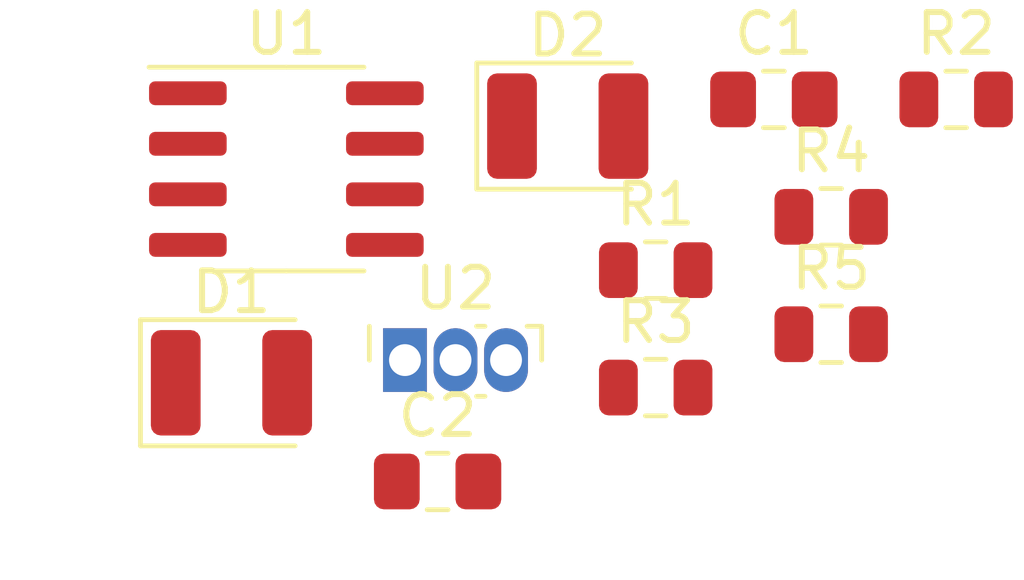
<source format=kicad_pcb>
(kicad_pcb (version 20171130) (host pcbnew 5.1.5+dfsg1-2build2)

  (general
    (thickness 1.6)
    (drawings 0)
    (tracks 0)
    (zones 0)
    (modules 11)
    (nets 10)
  )

  (page A4)
  (layers
    (0 F.Cu signal)
    (31 B.Cu signal)
    (32 B.Adhes user)
    (33 F.Adhes user)
    (34 B.Paste user)
    (35 F.Paste user)
    (36 B.SilkS user)
    (37 F.SilkS user)
    (38 B.Mask user)
    (39 F.Mask user)
    (40 Dwgs.User user)
    (41 Cmts.User user)
    (42 Eco1.User user)
    (43 Eco2.User user)
    (44 Edge.Cuts user)
    (45 Margin user)
    (46 B.CrtYd user)
    (47 F.CrtYd user)
    (48 B.Fab user)
    (49 F.Fab user)
  )

  (setup
    (last_trace_width 0.25)
    (trace_clearance 0.2)
    (zone_clearance 0.508)
    (zone_45_only no)
    (trace_min 0.2)
    (via_size 0.8)
    (via_drill 0.4)
    (via_min_size 0.4)
    (via_min_drill 0.3)
    (uvia_size 0.3)
    (uvia_drill 0.1)
    (uvias_allowed no)
    (uvia_min_size 0.2)
    (uvia_min_drill 0.1)
    (edge_width 0.05)
    (segment_width 0.2)
    (pcb_text_width 0.3)
    (pcb_text_size 1.5 1.5)
    (mod_edge_width 0.12)
    (mod_text_size 1 1)
    (mod_text_width 0.15)
    (pad_size 1.524 1.524)
    (pad_drill 0.762)
    (pad_to_mask_clearance 0.051)
    (solder_mask_min_width 0.25)
    (aux_axis_origin 0 0)
    (visible_elements FFFFFF7F)
    (pcbplotparams
      (layerselection 0x010fc_ffffffff)
      (usegerberextensions false)
      (usegerberattributes false)
      (usegerberadvancedattributes false)
      (creategerberjobfile false)
      (excludeedgelayer true)
      (linewidth 0.100000)
      (plotframeref false)
      (viasonmask false)
      (mode 1)
      (useauxorigin false)
      (hpglpennumber 1)
      (hpglpenspeed 20)
      (hpglpendiameter 15.000000)
      (psnegative false)
      (psa4output false)
      (plotreference true)
      (plotvalue true)
      (plotinvisibletext false)
      (padsonsilk false)
      (subtractmaskfromsilk false)
      (outputformat 1)
      (mirror false)
      (drillshape 1)
      (scaleselection 1)
      (outputdirectory ""))
  )

  (net 0 "")
  (net 1 GND)
  (net 2 "Net-(C1-Pad1)")
  (net 3 "Net-(C2-Pad1)")
  (net 4 "Net-(D1-Pad1)")
  (net 5 +5V)
  (net 6 "Net-(D2-Pad2)")
  (net 7 "Net-(R2-Pad1)")
  (net 8 "Net-(R3-Pad2)")
  (net 9 "Net-(U2-Pad3)")

  (net_class Default "Esta es la clase de red por defecto."
    (clearance 0.2)
    (trace_width 0.25)
    (via_dia 0.8)
    (via_drill 0.4)
    (uvia_dia 0.3)
    (uvia_drill 0.1)
    (add_net +5V)
    (add_net GND)
    (add_net "Net-(C1-Pad1)")
    (add_net "Net-(C2-Pad1)")
    (add_net "Net-(D1-Pad1)")
    (add_net "Net-(D2-Pad2)")
    (add_net "Net-(R2-Pad1)")
    (add_net "Net-(R3-Pad2)")
    (add_net "Net-(U2-Pad3)")
  )

  (module Capacitor_SMD:C_0805_2012Metric_Pad1.15x1.40mm_HandSolder (layer F.Cu) (tedit 5B36C52B) (tstamp 631ED687)
    (at 106.805401 97.342601)
    (descr "Capacitor SMD 0805 (2012 Metric), square (rectangular) end terminal, IPC_7351 nominal with elongated pad for handsoldering. (Body size source: https://docs.google.com/spreadsheets/d/1BsfQQcO9C6DZCsRaXUlFlo91Tg2WpOkGARC1WS5S8t0/edit?usp=sharing), generated with kicad-footprint-generator")
    (tags "capacitor handsolder")
    (path /63215BAE)
    (attr smd)
    (fp_text reference C1 (at 0 -1.65) (layer F.SilkS)
      (effects (font (size 1 1) (thickness 0.15)))
    )
    (fp_text value 0.1uF (at 0 1.65) (layer F.Fab)
      (effects (font (size 1 1) (thickness 0.15)))
    )
    (fp_text user %R (at 0 0) (layer F.Fab)
      (effects (font (size 0.5 0.5) (thickness 0.08)))
    )
    (fp_line (start 1.85 0.95) (end -1.85 0.95) (layer F.CrtYd) (width 0.05))
    (fp_line (start 1.85 -0.95) (end 1.85 0.95) (layer F.CrtYd) (width 0.05))
    (fp_line (start -1.85 -0.95) (end 1.85 -0.95) (layer F.CrtYd) (width 0.05))
    (fp_line (start -1.85 0.95) (end -1.85 -0.95) (layer F.CrtYd) (width 0.05))
    (fp_line (start -0.261252 0.71) (end 0.261252 0.71) (layer F.SilkS) (width 0.12))
    (fp_line (start -0.261252 -0.71) (end 0.261252 -0.71) (layer F.SilkS) (width 0.12))
    (fp_line (start 1 0.6) (end -1 0.6) (layer F.Fab) (width 0.1))
    (fp_line (start 1 -0.6) (end 1 0.6) (layer F.Fab) (width 0.1))
    (fp_line (start -1 -0.6) (end 1 -0.6) (layer F.Fab) (width 0.1))
    (fp_line (start -1 0.6) (end -1 -0.6) (layer F.Fab) (width 0.1))
    (pad 2 smd roundrect (at 1.025 0) (size 1.15 1.4) (layers F.Cu F.Paste F.Mask) (roundrect_rratio 0.217391)
      (net 1 GND))
    (pad 1 smd roundrect (at -1.025 0) (size 1.15 1.4) (layers F.Cu F.Paste F.Mask) (roundrect_rratio 0.217391)
      (net 2 "Net-(C1-Pad1)"))
    (model ${KISYS3DMOD}/Capacitor_SMD.3dshapes/C_0805_2012Metric.wrl
      (at (xyz 0 0 0))
      (scale (xyz 1 1 1))
      (rotate (xyz 0 0 0))
    )
  )

  (module Capacitor_SMD:C_0805_2012Metric_Pad1.15x1.40mm_HandSolder (layer F.Cu) (tedit 5B36C52B) (tstamp 631ED698)
    (at 98.355401 106.942601)
    (descr "Capacitor SMD 0805 (2012 Metric), square (rectangular) end terminal, IPC_7351 nominal with elongated pad for handsoldering. (Body size source: https://docs.google.com/spreadsheets/d/1BsfQQcO9C6DZCsRaXUlFlo91Tg2WpOkGARC1WS5S8t0/edit?usp=sharing), generated with kicad-footprint-generator")
    (tags "capacitor handsolder")
    (path /631F4E2E)
    (attr smd)
    (fp_text reference C2 (at 0 -1.65) (layer F.SilkS)
      (effects (font (size 1 1) (thickness 0.15)))
    )
    (fp_text value 0.1uF (at 0 1.65) (layer F.Fab)
      (effects (font (size 1 1) (thickness 0.15)))
    )
    (fp_line (start -1 0.6) (end -1 -0.6) (layer F.Fab) (width 0.1))
    (fp_line (start -1 -0.6) (end 1 -0.6) (layer F.Fab) (width 0.1))
    (fp_line (start 1 -0.6) (end 1 0.6) (layer F.Fab) (width 0.1))
    (fp_line (start 1 0.6) (end -1 0.6) (layer F.Fab) (width 0.1))
    (fp_line (start -0.261252 -0.71) (end 0.261252 -0.71) (layer F.SilkS) (width 0.12))
    (fp_line (start -0.261252 0.71) (end 0.261252 0.71) (layer F.SilkS) (width 0.12))
    (fp_line (start -1.85 0.95) (end -1.85 -0.95) (layer F.CrtYd) (width 0.05))
    (fp_line (start -1.85 -0.95) (end 1.85 -0.95) (layer F.CrtYd) (width 0.05))
    (fp_line (start 1.85 -0.95) (end 1.85 0.95) (layer F.CrtYd) (width 0.05))
    (fp_line (start 1.85 0.95) (end -1.85 0.95) (layer F.CrtYd) (width 0.05))
    (fp_text user %R (at 0 0) (layer F.Fab)
      (effects (font (size 0.5 0.5) (thickness 0.08)))
    )
    (pad 1 smd roundrect (at -1.025 0) (size 1.15 1.4) (layers F.Cu F.Paste F.Mask) (roundrect_rratio 0.217391)
      (net 3 "Net-(C2-Pad1)"))
    (pad 2 smd roundrect (at 1.025 0) (size 1.15 1.4) (layers F.Cu F.Paste F.Mask) (roundrect_rratio 0.217391)
      (net 1 GND))
    (model ${KISYS3DMOD}/Capacitor_SMD.3dshapes/C_0805_2012Metric.wrl
      (at (xyz 0 0 0))
      (scale (xyz 1 1 1))
      (rotate (xyz 0 0 0))
    )
  )

  (module LED_SMD:LED_1210_3225Metric (layer F.Cu) (tedit 5B301BBE) (tstamp 631ED6AB)
    (at 93.175401 104.462601)
    (descr "LED SMD 1210 (3225 Metric), square (rectangular) end terminal, IPC_7351 nominal, (Body size source: http://www.tortai-tech.com/upload/download/2011102023233369053.pdf), generated with kicad-footprint-generator")
    (tags diode)
    (path /631FC39C)
    (attr smd)
    (fp_text reference D1 (at 0 -2.28) (layer F.SilkS)
      (effects (font (size 1 1) (thickness 0.15)))
    )
    (fp_text value LED_DETECTION (at 0 2.28) (layer F.Fab)
      (effects (font (size 1 1) (thickness 0.15)))
    )
    (fp_line (start 1.6 -1.25) (end -0.975 -1.25) (layer F.Fab) (width 0.1))
    (fp_line (start -0.975 -1.25) (end -1.6 -0.625) (layer F.Fab) (width 0.1))
    (fp_line (start -1.6 -0.625) (end -1.6 1.25) (layer F.Fab) (width 0.1))
    (fp_line (start -1.6 1.25) (end 1.6 1.25) (layer F.Fab) (width 0.1))
    (fp_line (start 1.6 1.25) (end 1.6 -1.25) (layer F.Fab) (width 0.1))
    (fp_line (start 1.6 -1.585) (end -2.285 -1.585) (layer F.SilkS) (width 0.12))
    (fp_line (start -2.285 -1.585) (end -2.285 1.585) (layer F.SilkS) (width 0.12))
    (fp_line (start -2.285 1.585) (end 1.6 1.585) (layer F.SilkS) (width 0.12))
    (fp_line (start -2.28 1.58) (end -2.28 -1.58) (layer F.CrtYd) (width 0.05))
    (fp_line (start -2.28 -1.58) (end 2.28 -1.58) (layer F.CrtYd) (width 0.05))
    (fp_line (start 2.28 -1.58) (end 2.28 1.58) (layer F.CrtYd) (width 0.05))
    (fp_line (start 2.28 1.58) (end -2.28 1.58) (layer F.CrtYd) (width 0.05))
    (fp_text user %R (at 0 0) (layer F.Fab)
      (effects (font (size 0.8 0.8) (thickness 0.12)))
    )
    (pad 1 smd roundrect (at -1.4 0) (size 1.25 2.65) (layers F.Cu F.Paste F.Mask) (roundrect_rratio 0.2)
      (net 4 "Net-(D1-Pad1)"))
    (pad 2 smd roundrect (at 1.4 0) (size 1.25 2.65) (layers F.Cu F.Paste F.Mask) (roundrect_rratio 0.2)
      (net 5 +5V))
    (model ${KISYS3DMOD}/LED_SMD.3dshapes/LED_1210_3225Metric.wrl
      (at (xyz 0 0 0))
      (scale (xyz 1 1 1))
      (rotate (xyz 0 0 0))
    )
  )

  (module LED_SMD:LED_1210_3225Metric (layer F.Cu) (tedit 5B301BBE) (tstamp 631ED6BE)
    (at 101.625401 98.012601)
    (descr "LED SMD 1210 (3225 Metric), square (rectangular) end terminal, IPC_7351 nominal, (Body size source: http://www.tortai-tech.com/upload/download/2011102023233369053.pdf), generated with kicad-footprint-generator")
    (tags diode)
    (path /63213F28)
    (attr smd)
    (fp_text reference D2 (at 0 -2.28) (layer F.SilkS)
      (effects (font (size 1 1) (thickness 0.15)))
    )
    (fp_text value LED (at 0 2.28) (layer F.Fab)
      (effects (font (size 1 1) (thickness 0.15)))
    )
    (fp_text user %R (at 0 0) (layer F.Fab)
      (effects (font (size 0.8 0.8) (thickness 0.12)))
    )
    (fp_line (start 2.28 1.58) (end -2.28 1.58) (layer F.CrtYd) (width 0.05))
    (fp_line (start 2.28 -1.58) (end 2.28 1.58) (layer F.CrtYd) (width 0.05))
    (fp_line (start -2.28 -1.58) (end 2.28 -1.58) (layer F.CrtYd) (width 0.05))
    (fp_line (start -2.28 1.58) (end -2.28 -1.58) (layer F.CrtYd) (width 0.05))
    (fp_line (start -2.285 1.585) (end 1.6 1.585) (layer F.SilkS) (width 0.12))
    (fp_line (start -2.285 -1.585) (end -2.285 1.585) (layer F.SilkS) (width 0.12))
    (fp_line (start 1.6 -1.585) (end -2.285 -1.585) (layer F.SilkS) (width 0.12))
    (fp_line (start 1.6 1.25) (end 1.6 -1.25) (layer F.Fab) (width 0.1))
    (fp_line (start -1.6 1.25) (end 1.6 1.25) (layer F.Fab) (width 0.1))
    (fp_line (start -1.6 -0.625) (end -1.6 1.25) (layer F.Fab) (width 0.1))
    (fp_line (start -0.975 -1.25) (end -1.6 -0.625) (layer F.Fab) (width 0.1))
    (fp_line (start 1.6 -1.25) (end -0.975 -1.25) (layer F.Fab) (width 0.1))
    (pad 2 smd roundrect (at 1.4 0) (size 1.25 2.65) (layers F.Cu F.Paste F.Mask) (roundrect_rratio 0.2)
      (net 6 "Net-(D2-Pad2)"))
    (pad 1 smd roundrect (at -1.4 0) (size 1.25 2.65) (layers F.Cu F.Paste F.Mask) (roundrect_rratio 0.2)
      (net 1 GND))
    (model ${KISYS3DMOD}/LED_SMD.3dshapes/LED_1210_3225Metric.wrl
      (at (xyz 0 0 0))
      (scale (xyz 1 1 1))
      (rotate (xyz 0 0 0))
    )
  )

  (module Resistor_SMD:R_0805_2012Metric (layer F.Cu) (tedit 5B36C52B) (tstamp 631ED6CF)
    (at 103.835401 101.632601)
    (descr "Resistor SMD 0805 (2012 Metric), square (rectangular) end terminal, IPC_7351 nominal, (Body size source: https://docs.google.com/spreadsheets/d/1BsfQQcO9C6DZCsRaXUlFlo91Tg2WpOkGARC1WS5S8t0/edit?usp=sharing), generated with kicad-footprint-generator")
    (tags resistor)
    (path /631EBAE2)
    (attr smd)
    (fp_text reference R1 (at 0 -1.65) (layer F.SilkS)
      (effects (font (size 1 1) (thickness 0.15)))
    )
    (fp_text value 10K (at 0 1.65) (layer F.Fab)
      (effects (font (size 1 1) (thickness 0.15)))
    )
    (fp_line (start -1 0.6) (end -1 -0.6) (layer F.Fab) (width 0.1))
    (fp_line (start -1 -0.6) (end 1 -0.6) (layer F.Fab) (width 0.1))
    (fp_line (start 1 -0.6) (end 1 0.6) (layer F.Fab) (width 0.1))
    (fp_line (start 1 0.6) (end -1 0.6) (layer F.Fab) (width 0.1))
    (fp_line (start -0.258578 -0.71) (end 0.258578 -0.71) (layer F.SilkS) (width 0.12))
    (fp_line (start -0.258578 0.71) (end 0.258578 0.71) (layer F.SilkS) (width 0.12))
    (fp_line (start -1.68 0.95) (end -1.68 -0.95) (layer F.CrtYd) (width 0.05))
    (fp_line (start -1.68 -0.95) (end 1.68 -0.95) (layer F.CrtYd) (width 0.05))
    (fp_line (start 1.68 -0.95) (end 1.68 0.95) (layer F.CrtYd) (width 0.05))
    (fp_line (start 1.68 0.95) (end -1.68 0.95) (layer F.CrtYd) (width 0.05))
    (fp_text user %R (at 0 0) (layer F.Fab)
      (effects (font (size 0.5 0.5) (thickness 0.08)))
    )
    (pad 1 smd roundrect (at -0.9375 0) (size 0.975 1.4) (layers F.Cu F.Paste F.Mask) (roundrect_rratio 0.25)
      (net 5 +5V))
    (pad 2 smd roundrect (at 0.9375 0) (size 0.975 1.4) (layers F.Cu F.Paste F.Mask) (roundrect_rratio 0.25)
      (net 3 "Net-(C2-Pad1)"))
    (model ${KISYS3DMOD}/Resistor_SMD.3dshapes/R_0805_2012Metric.wrl
      (at (xyz 0 0 0))
      (scale (xyz 1 1 1))
      (rotate (xyz 0 0 0))
    )
  )

  (module Resistor_SMD:R_0805_2012Metric (layer F.Cu) (tedit 5B36C52B) (tstamp 631ED6E0)
    (at 111.385401 97.342601)
    (descr "Resistor SMD 0805 (2012 Metric), square (rectangular) end terminal, IPC_7351 nominal, (Body size source: https://docs.google.com/spreadsheets/d/1BsfQQcO9C6DZCsRaXUlFlo91Tg2WpOkGARC1WS5S8t0/edit?usp=sharing), generated with kicad-footprint-generator")
    (tags resistor)
    (path /632017AE)
    (attr smd)
    (fp_text reference R2 (at 0 -1.65) (layer F.SilkS)
      (effects (font (size 1 1) (thickness 0.15)))
    )
    (fp_text value 10K (at 0 1.65) (layer F.Fab)
      (effects (font (size 1 1) (thickness 0.15)))
    )
    (fp_line (start -1 0.6) (end -1 -0.6) (layer F.Fab) (width 0.1))
    (fp_line (start -1 -0.6) (end 1 -0.6) (layer F.Fab) (width 0.1))
    (fp_line (start 1 -0.6) (end 1 0.6) (layer F.Fab) (width 0.1))
    (fp_line (start 1 0.6) (end -1 0.6) (layer F.Fab) (width 0.1))
    (fp_line (start -0.258578 -0.71) (end 0.258578 -0.71) (layer F.SilkS) (width 0.12))
    (fp_line (start -0.258578 0.71) (end 0.258578 0.71) (layer F.SilkS) (width 0.12))
    (fp_line (start -1.68 0.95) (end -1.68 -0.95) (layer F.CrtYd) (width 0.05))
    (fp_line (start -1.68 -0.95) (end 1.68 -0.95) (layer F.CrtYd) (width 0.05))
    (fp_line (start 1.68 -0.95) (end 1.68 0.95) (layer F.CrtYd) (width 0.05))
    (fp_line (start 1.68 0.95) (end -1.68 0.95) (layer F.CrtYd) (width 0.05))
    (fp_text user %R (at 0 0) (layer F.Fab)
      (effects (font (size 0.5 0.5) (thickness 0.08)))
    )
    (pad 1 smd roundrect (at -0.9375 0) (size 0.975 1.4) (layers F.Cu F.Paste F.Mask) (roundrect_rratio 0.25)
      (net 7 "Net-(R2-Pad1)"))
    (pad 2 smd roundrect (at 0.9375 0) (size 0.975 1.4) (layers F.Cu F.Paste F.Mask) (roundrect_rratio 0.25)
      (net 1 GND))
    (model ${KISYS3DMOD}/Resistor_SMD.3dshapes/R_0805_2012Metric.wrl
      (at (xyz 0 0 0))
      (scale (xyz 1 1 1))
      (rotate (xyz 0 0 0))
    )
  )

  (module Resistor_SMD:R_0805_2012Metric (layer F.Cu) (tedit 5B36C52B) (tstamp 631ED6F1)
    (at 103.835401 104.582601)
    (descr "Resistor SMD 0805 (2012 Metric), square (rectangular) end terminal, IPC_7351 nominal, (Body size source: https://docs.google.com/spreadsheets/d/1BsfQQcO9C6DZCsRaXUlFlo91Tg2WpOkGARC1WS5S8t0/edit?usp=sharing), generated with kicad-footprint-generator")
    (tags resistor)
    (path /631FBBBF)
    (attr smd)
    (fp_text reference R3 (at 0 -1.65) (layer F.SilkS)
      (effects (font (size 1 1) (thickness 0.15)))
    )
    (fp_text value 1K (at 0 1.65) (layer F.Fab)
      (effects (font (size 1 1) (thickness 0.15)))
    )
    (fp_text user %R (at 0 0) (layer F.Fab)
      (effects (font (size 0.5 0.5) (thickness 0.08)))
    )
    (fp_line (start 1.68 0.95) (end -1.68 0.95) (layer F.CrtYd) (width 0.05))
    (fp_line (start 1.68 -0.95) (end 1.68 0.95) (layer F.CrtYd) (width 0.05))
    (fp_line (start -1.68 -0.95) (end 1.68 -0.95) (layer F.CrtYd) (width 0.05))
    (fp_line (start -1.68 0.95) (end -1.68 -0.95) (layer F.CrtYd) (width 0.05))
    (fp_line (start -0.258578 0.71) (end 0.258578 0.71) (layer F.SilkS) (width 0.12))
    (fp_line (start -0.258578 -0.71) (end 0.258578 -0.71) (layer F.SilkS) (width 0.12))
    (fp_line (start 1 0.6) (end -1 0.6) (layer F.Fab) (width 0.1))
    (fp_line (start 1 -0.6) (end 1 0.6) (layer F.Fab) (width 0.1))
    (fp_line (start -1 -0.6) (end 1 -0.6) (layer F.Fab) (width 0.1))
    (fp_line (start -1 0.6) (end -1 -0.6) (layer F.Fab) (width 0.1))
    (pad 2 smd roundrect (at 0.9375 0) (size 0.975 1.4) (layers F.Cu F.Paste F.Mask) (roundrect_rratio 0.25)
      (net 8 "Net-(R3-Pad2)"))
    (pad 1 smd roundrect (at -0.9375 0) (size 0.975 1.4) (layers F.Cu F.Paste F.Mask) (roundrect_rratio 0.25)
      (net 4 "Net-(D1-Pad1)"))
    (model ${KISYS3DMOD}/Resistor_SMD.3dshapes/R_0805_2012Metric.wrl
      (at (xyz 0 0 0))
      (scale (xyz 1 1 1))
      (rotate (xyz 0 0 0))
    )
  )

  (module Resistor_SMD:R_0805_2012Metric (layer F.Cu) (tedit 5B36C52B) (tstamp 631ED702)
    (at 108.245401 100.292601)
    (descr "Resistor SMD 0805 (2012 Metric), square (rectangular) end terminal, IPC_7351 nominal, (Body size source: https://docs.google.com/spreadsheets/d/1BsfQQcO9C6DZCsRaXUlFlo91Tg2WpOkGARC1WS5S8t0/edit?usp=sharing), generated with kicad-footprint-generator")
    (tags resistor)
    (path /6320279D)
    (attr smd)
    (fp_text reference R4 (at 0 -1.65) (layer F.SilkS)
      (effects (font (size 1 1) (thickness 0.15)))
    )
    (fp_text value 10K (at 0 1.65) (layer F.Fab)
      (effects (font (size 1 1) (thickness 0.15)))
    )
    (fp_text user %R (at 0 0) (layer F.Fab)
      (effects (font (size 0.5 0.5) (thickness 0.08)))
    )
    (fp_line (start 1.68 0.95) (end -1.68 0.95) (layer F.CrtYd) (width 0.05))
    (fp_line (start 1.68 -0.95) (end 1.68 0.95) (layer F.CrtYd) (width 0.05))
    (fp_line (start -1.68 -0.95) (end 1.68 -0.95) (layer F.CrtYd) (width 0.05))
    (fp_line (start -1.68 0.95) (end -1.68 -0.95) (layer F.CrtYd) (width 0.05))
    (fp_line (start -0.258578 0.71) (end 0.258578 0.71) (layer F.SilkS) (width 0.12))
    (fp_line (start -0.258578 -0.71) (end 0.258578 -0.71) (layer F.SilkS) (width 0.12))
    (fp_line (start 1 0.6) (end -1 0.6) (layer F.Fab) (width 0.1))
    (fp_line (start 1 -0.6) (end 1 0.6) (layer F.Fab) (width 0.1))
    (fp_line (start -1 -0.6) (end 1 -0.6) (layer F.Fab) (width 0.1))
    (fp_line (start -1 0.6) (end -1 -0.6) (layer F.Fab) (width 0.1))
    (pad 2 smd roundrect (at 0.9375 0) (size 0.975 1.4) (layers F.Cu F.Paste F.Mask) (roundrect_rratio 0.25)
      (net 8 "Net-(R3-Pad2)"))
    (pad 1 smd roundrect (at -0.9375 0) (size 0.975 1.4) (layers F.Cu F.Paste F.Mask) (roundrect_rratio 0.25)
      (net 5 +5V))
    (model ${KISYS3DMOD}/Resistor_SMD.3dshapes/R_0805_2012Metric.wrl
      (at (xyz 0 0 0))
      (scale (xyz 1 1 1))
      (rotate (xyz 0 0 0))
    )
  )

  (module Resistor_SMD:R_0805_2012Metric (layer F.Cu) (tedit 5B36C52B) (tstamp 631ED713)
    (at 108.245401 103.242601)
    (descr "Resistor SMD 0805 (2012 Metric), square (rectangular) end terminal, IPC_7351 nominal, (Body size source: https://docs.google.com/spreadsheets/d/1BsfQQcO9C6DZCsRaXUlFlo91Tg2WpOkGARC1WS5S8t0/edit?usp=sharing), generated with kicad-footprint-generator")
    (tags resistor)
    (path /63204092)
    (attr smd)
    (fp_text reference R5 (at 0 -1.65) (layer F.SilkS)
      (effects (font (size 1 1) (thickness 0.15)))
    )
    (fp_text value 1K (at 0 1.65) (layer F.Fab)
      (effects (font (size 1 1) (thickness 0.15)))
    )
    (fp_line (start -1 0.6) (end -1 -0.6) (layer F.Fab) (width 0.1))
    (fp_line (start -1 -0.6) (end 1 -0.6) (layer F.Fab) (width 0.1))
    (fp_line (start 1 -0.6) (end 1 0.6) (layer F.Fab) (width 0.1))
    (fp_line (start 1 0.6) (end -1 0.6) (layer F.Fab) (width 0.1))
    (fp_line (start -0.258578 -0.71) (end 0.258578 -0.71) (layer F.SilkS) (width 0.12))
    (fp_line (start -0.258578 0.71) (end 0.258578 0.71) (layer F.SilkS) (width 0.12))
    (fp_line (start -1.68 0.95) (end -1.68 -0.95) (layer F.CrtYd) (width 0.05))
    (fp_line (start -1.68 -0.95) (end 1.68 -0.95) (layer F.CrtYd) (width 0.05))
    (fp_line (start 1.68 -0.95) (end 1.68 0.95) (layer F.CrtYd) (width 0.05))
    (fp_line (start 1.68 0.95) (end -1.68 0.95) (layer F.CrtYd) (width 0.05))
    (fp_text user %R (at 0 0) (layer F.Fab)
      (effects (font (size 0.5 0.5) (thickness 0.08)))
    )
    (pad 1 smd roundrect (at -0.9375 0) (size 0.975 1.4) (layers F.Cu F.Paste F.Mask) (roundrect_rratio 0.25)
      (net 5 +5V))
    (pad 2 smd roundrect (at 0.9375 0) (size 0.975 1.4) (layers F.Cu F.Paste F.Mask) (roundrect_rratio 0.25)
      (net 6 "Net-(D2-Pad2)"))
    (model ${KISYS3DMOD}/Resistor_SMD.3dshapes/R_0805_2012Metric.wrl
      (at (xyz 0 0 0))
      (scale (xyz 1 1 1))
      (rotate (xyz 0 0 0))
    )
  )

  (module Package_SO:SOIC-8_3.9x4.9mm_P1.27mm (layer F.Cu) (tedit 5D9F72B1) (tstamp 631ED72D)
    (at 94.555401 99.092601)
    (descr "SOIC, 8 Pin (JEDEC MS-012AA, https://www.analog.com/media/en/package-pcb-resources/package/pkg_pdf/soic_narrow-r/r_8.pdf), generated with kicad-footprint-generator ipc_gullwing_generator.py")
    (tags "SOIC SO")
    (path /631E7DB8)
    (attr smd)
    (fp_text reference U1 (at 0 -3.4) (layer F.SilkS)
      (effects (font (size 1 1) (thickness 0.15)))
    )
    (fp_text value LM393 (at 0 3.4) (layer F.Fab)
      (effects (font (size 1 1) (thickness 0.15)))
    )
    (fp_line (start 0 2.56) (end 1.95 2.56) (layer F.SilkS) (width 0.12))
    (fp_line (start 0 2.56) (end -1.95 2.56) (layer F.SilkS) (width 0.12))
    (fp_line (start 0 -2.56) (end 1.95 -2.56) (layer F.SilkS) (width 0.12))
    (fp_line (start 0 -2.56) (end -3.45 -2.56) (layer F.SilkS) (width 0.12))
    (fp_line (start -0.975 -2.45) (end 1.95 -2.45) (layer F.Fab) (width 0.1))
    (fp_line (start 1.95 -2.45) (end 1.95 2.45) (layer F.Fab) (width 0.1))
    (fp_line (start 1.95 2.45) (end -1.95 2.45) (layer F.Fab) (width 0.1))
    (fp_line (start -1.95 2.45) (end -1.95 -1.475) (layer F.Fab) (width 0.1))
    (fp_line (start -1.95 -1.475) (end -0.975 -2.45) (layer F.Fab) (width 0.1))
    (fp_line (start -3.7 -2.7) (end -3.7 2.7) (layer F.CrtYd) (width 0.05))
    (fp_line (start -3.7 2.7) (end 3.7 2.7) (layer F.CrtYd) (width 0.05))
    (fp_line (start 3.7 2.7) (end 3.7 -2.7) (layer F.CrtYd) (width 0.05))
    (fp_line (start 3.7 -2.7) (end -3.7 -2.7) (layer F.CrtYd) (width 0.05))
    (fp_text user %R (at 0 0) (layer F.Fab)
      (effects (font (size 0.98 0.98) (thickness 0.15)))
    )
    (pad 1 smd roundrect (at -2.475 -1.905) (size 1.95 0.6) (layers F.Cu F.Paste F.Mask) (roundrect_rratio 0.25)
      (net 8 "Net-(R3-Pad2)"))
    (pad 2 smd roundrect (at -2.475 -0.635) (size 1.95 0.6) (layers F.Cu F.Paste F.Mask) (roundrect_rratio 0.25)
      (net 7 "Net-(R2-Pad1)"))
    (pad 3 smd roundrect (at -2.475 0.635) (size 1.95 0.6) (layers F.Cu F.Paste F.Mask) (roundrect_rratio 0.25)
      (net 3 "Net-(C2-Pad1)"))
    (pad 4 smd roundrect (at -2.475 1.905) (size 1.95 0.6) (layers F.Cu F.Paste F.Mask) (roundrect_rratio 0.25)
      (net 2 "Net-(C1-Pad1)"))
    (pad 5 smd roundrect (at 2.475 1.905) (size 1.95 0.6) (layers F.Cu F.Paste F.Mask) (roundrect_rratio 0.25))
    (pad 6 smd roundrect (at 2.475 0.635) (size 1.95 0.6) (layers F.Cu F.Paste F.Mask) (roundrect_rratio 0.25))
    (pad 7 smd roundrect (at 2.475 -0.635) (size 1.95 0.6) (layers F.Cu F.Paste F.Mask) (roundrect_rratio 0.25))
    (pad 8 smd roundrect (at 2.475 -1.905) (size 1.95 0.6) (layers F.Cu F.Paste F.Mask) (roundrect_rratio 0.25)
      (net 5 +5V))
    (model ${KISYS3DMOD}/Package_SO.3dshapes/SOIC-8_3.9x4.9mm_P1.27mm.wrl
      (at (xyz 0 0 0))
      (scale (xyz 1 1 1))
      (rotate (xyz 0 0 0))
    )
  )

  (module Sensor_Current:Allegro_SIP-3 (layer F.Cu) (tedit 5A04BB4E) (tstamp 631ED744)
    (at 97.535401 103.892601)
    (descr "Allegro Microsystems SIP-3, 1.27mm Pitch (http://www.allegromicro.com/~/media/Files/Datasheets/A1369-Datasheet.ashx)")
    (tags "Allegro SIP-3")
    (path /631EDA18)
    (fp_text reference U2 (at 1.27 -1.8) (layer F.SilkS)
      (effects (font (size 1 1) (thickness 0.15)))
    )
    (fp_text value A3144 (at 1.27 1.8) (layer F.Fab)
      (effects (font (size 1 1) (thickness 0.15)))
    )
    (fp_text user %R (at 1.27 0) (layer F.Fab)
      (effects (font (size 0.8 0.8) (thickness 0.1)))
    )
    (fp_line (start 3.57 1.05) (end 3.57 -1.05) (layer F.CrtYd) (width 0.05))
    (fp_line (start -1.03 1.05) (end 3.57 1.05) (layer F.CrtYd) (width 0.05))
    (fp_line (start -1.03 -1.05) (end -1.03 1.05) (layer F.CrtYd) (width 0.05))
    (fp_line (start 3.57 -1.05) (end -1.03 -1.05) (layer F.CrtYd) (width 0.05))
    (fp_line (start -0.775 0) (end 0.015 0.79) (layer F.Fab) (width 0.1))
    (fp_line (start 2.525 0.79) (end 0.015 0.79) (layer F.Fab) (width 0.1))
    (fp_line (start 3.315 0) (end 2.525 0.79) (layer F.Fab) (width 0.1))
    (fp_line (start 3.315 -0.73) (end 3.315 0) (layer F.Fab) (width 0.1))
    (fp_line (start -0.775 -0.73) (end 3.315 -0.73) (layer F.Fab) (width 0.1))
    (fp_line (start -0.775 0) (end -0.775 -0.73) (layer F.Fab) (width 0.1))
    (fp_line (start 2.01 -0.85) (end 1.8 -0.85) (layer F.SilkS) (width 0.12))
    (fp_line (start 2.01 0.91) (end 1.8 0.91) (layer F.SilkS) (width 0.12))
    (fp_line (start 3.435 -0.85) (end 3.435 0) (layer F.SilkS) (width 0.12))
    (fp_line (start -0.895 0) (end -0.895 -0.85) (layer F.SilkS) (width 0.12))
    (fp_line (start 3.435 -0.85) (end 3.07 -0.85) (layer F.SilkS) (width 0.12))
    (pad 1 thru_hole rect (at 0 0) (size 1.1 1.6) (drill 0.8) (layers *.Cu *.Mask)
      (net 5 +5V))
    (pad 2 thru_hole oval (at 1.27 0) (size 1.1 1.6) (drill 0.8) (layers *.Cu *.Mask)
      (net 3 "Net-(C2-Pad1)"))
    (pad 3 thru_hole oval (at 2.54 0) (size 1.1 1.6) (drill 0.8) (layers *.Cu *.Mask)
      (net 9 "Net-(U2-Pad3)"))
    (model ${KISYS3DMOD}/Sensor_Current.3dshapes/Allegro_SIP-3.wrl
      (at (xyz 0 0 0))
      (scale (xyz 1 1 1))
      (rotate (xyz 0 0 0))
    )
  )

)

</source>
